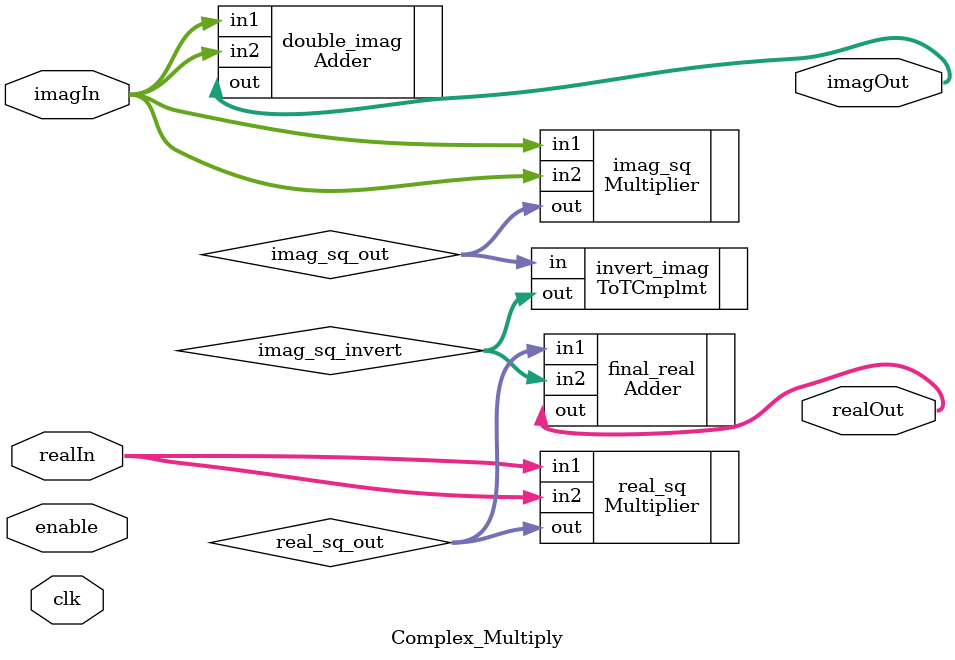
<source format=v>
`timescale 1ns / 1ps


module Complex_Multiply(
    input [7:0] realIn,
    input [7:0] imagIn,
    input enable,
    input clk,
    output [7:0] realOut,
    output [7:0] imagOut
    );
    
    //implementation
    wire [7:0] real_sq_out;   
    wire [7:0] imag_sq_out;
    wire [7:0] imag_sq_invert;
    
    //module instantiations
    Multiplier real_sq
    (
        .in1 (realIn),
        .in2 (realIn),
        .out (real_sq_out)
    );
    
    Multiplier imag_sq
    (
        .in1 (imagIn),
        .in2 (imagIn),
        .out (imag_sq_out)
    );
    
    Adder double_imag
    (
        .in1 (imagIn),
        .in2 (imagIn),
        .out (imagOut)
    );
    
    ToTCmplmt invert_imag
    (
        .in (imag_sq_out),
        .out (imag_sq_invert)
    );
        
    
    Adder final_real
    (
        .in1 (real_sq_out),
        .in2 (imag_sq_invert),
        .out (realOut)
    );
    
endmodule

</source>
